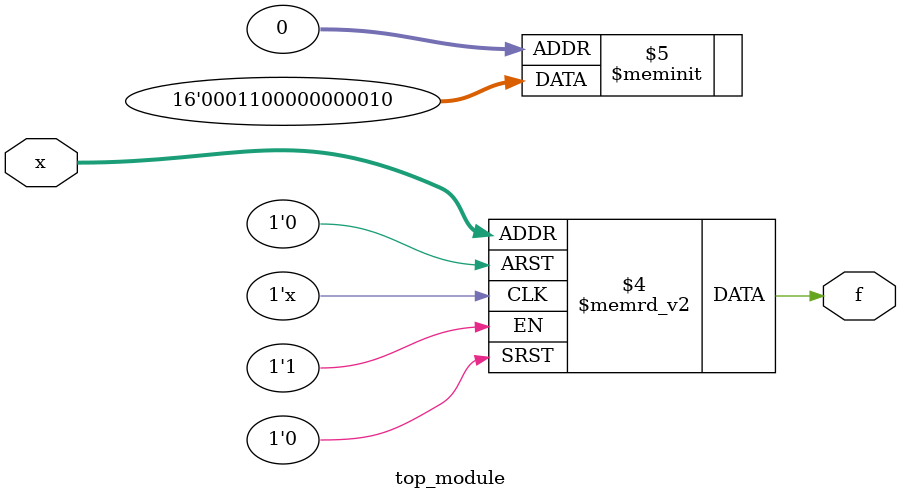
<source format=sv>
module top_module (
	input [4:1] x,
	output logic f
);

// Implementing the function f using a case statement
always_comb begin
	case(x)
		4'b0001: f = 1'b1;
		4'b0010: f = 1'b0;
		4'b0011: f = 1'b0;
		4'b0101: f = 1'b0;
		4'b0110: f = 1'b0;
		4'b0111: f = 1'b0;
		4'b1010: f = 1'b0; // Added missing case
		4'b1011: f = 1'b1; // Added missing case
		4'b1100: f = 1'b1; // Added missing case
		default: f = 1'b0;
	endcase
end

endmodule

</source>
